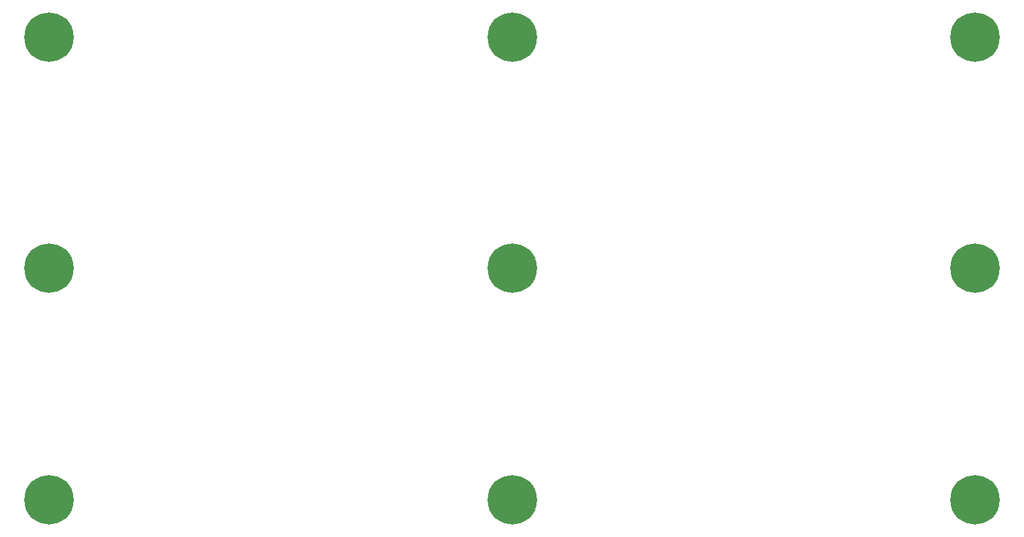
<source format=gbs>
G04 #@! TF.GenerationSoftware,KiCad,Pcbnew,(5.0.0)*
G04 #@! TF.CreationDate,2018-09-02T17:29:03+02:00*
G04 #@! TF.ProjectId,MegaBiels_P,4D6567614269656C735F502E6B696361,rev?*
G04 #@! TF.SameCoordinates,Original*
G04 #@! TF.FileFunction,Soldermask,Bot*
G04 #@! TF.FilePolarity,Negative*
%FSLAX46Y46*%
G04 Gerber Fmt 4.6, Leading zero omitted, Abs format (unit mm)*
G04 Created by KiCad (PCBNEW (5.0.0)) date 09/02/18 17:29:03*
%MOMM*%
%LPD*%
G01*
G04 APERTURE LIST*
%ADD10C,6.400000*%
G04 APERTURE END LIST*
D10*
G04 #@! TO.C,REF\002A\002A*
X220000000Y-129000000D03*
G04 #@! TD*
G04 #@! TO.C,REF\002A\002A*
X100000000Y-129000000D03*
G04 #@! TD*
G04 #@! TO.C,REF\002A\002A*
X160000000Y-129000000D03*
G04 #@! TD*
G04 #@! TO.C,REF\002A\002A*
X220000000Y-99000000D03*
G04 #@! TD*
G04 #@! TO.C,REF\002A\002A*
X100000000Y-99000000D03*
G04 #@! TD*
G04 #@! TO.C,REF\002A\002A*
X160000000Y-99000000D03*
G04 #@! TD*
G04 #@! TO.C,REF\002A\002A*
X160000000Y-69000000D03*
G04 #@! TD*
G04 #@! TO.C,REF\002A\002A*
X220000000Y-69000000D03*
G04 #@! TD*
G04 #@! TO.C,REF\002A\002A*
X100000000Y-69000000D03*
G04 #@! TD*
M02*

</source>
